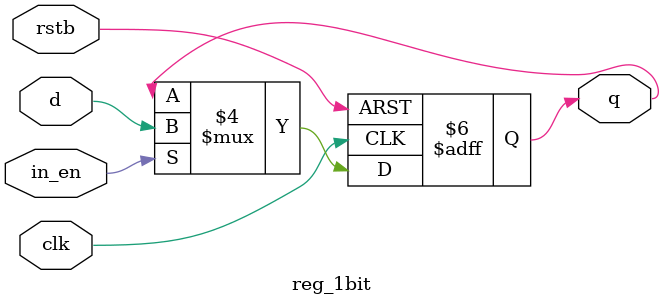
<source format=v>
module reg_1bit (
   input clk, rstb, in_en, d,
	output reg q
);
	
always @(posedge clk or negedge rstb)begin
   if(!rstb)begin
      q <= 0;
	end
	else begin
	   if(in_en) q <= d;
	   else q <= q;
	end	
end

endmodule



</source>
